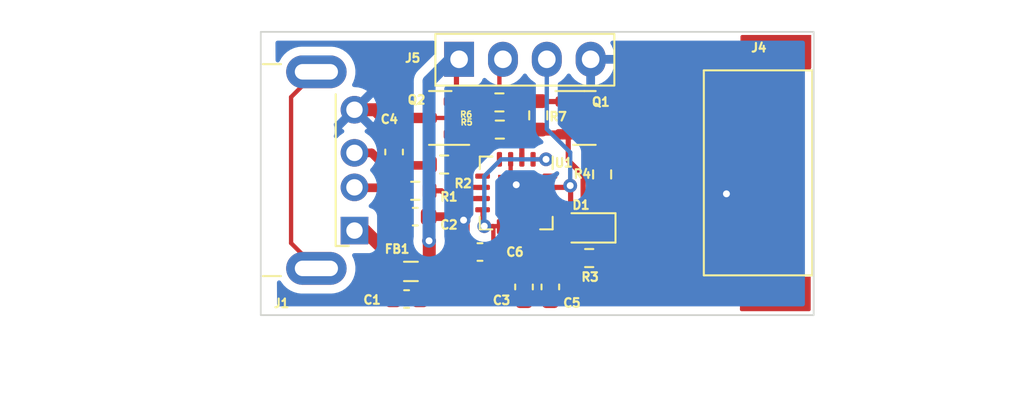
<source format=kicad_pcb>
(kicad_pcb (version 20211014) (generator pcbnew)
  (layers (0 "F.Cu" signal) (31 "B.Cu" signal) (34 "B.Paste" user) (35 "F.Paste" user) (36 "B.SilkS" user "B.Silkscreen") (37 "F.SilkS" user "F.Silkscreen") (38 "B.Mask" user) (39 "F.Mask" user) (44 "Edge.Cuts" user))
  (net 0 "")
  (net 1 "Net-(C1-Pad1)")
  (net 2 "GNDREF")
  (net 3 "Net-(C2-Pad1)")
  (net 4 "+5V")
  (net 5 "Net-(C4-Pad1)")
  (net 6 "Net-(C6-Pad2)")
  (net 7 "CCTALK-DATA")
  (net 8 "TX")
  (net 10 "unconnected-(J1-Pad5)")
  (net 12 "RX")
  (net 13 "Net-(Q1-Pad1)")
  (net 14 "Net-(Q1-Pad3)")
  (net 15 "Net-(Q2-Pad1)")
  (net 16 "Net-(Q2-Pad3)")
  (net 17 "Net-(R1-Pad2)")
  (net 18 "Net-(R2-Pad2)")
  (footprint "CCtalk-converter-footprints-lib:R_0603_1608Metric" (layer "F.Cu") (at 104.925 103.275)
    (fp_text reference "R2" (at 1.1 1.1) (layer "F.SilkS") (effects (font (size 0.5 0.5))))
    (fp_text value "27R")
    (fp_line (start -0.237258 -0.5225) (end 0.237258 -0.5225) (layer "F.SilkS") (width 0.12))
    (fp_line (start -0.237258 0.5225) (end 0.237258 0.5225) (layer "F.SilkS") (width 0.12))
    (pad "1" smd roundrect (at -0.825 0) (size 0.8 0.95) (layers "F.Cu" "F.Paste" "F.Mask") (net 5 "Net-(C4-Pad1)"))
    (pad "2" smd roundrect (at 0.825 0) (size 0.8 0.95) (layers "F.Cu" "F.Paste" "F.Mask") (net 18 "Net-(R2-Pad2)"))
  )
  (footprint "CCtalk-converter-footprints-lib:C_0603_1608Metric" (layer "F.Cu") (at 103.25 106.3)
    (fp_text reference "C2" (at 1.95 0.475) (layer "F.SilkS") (effects (font (size 0.5 0.5))))
    (fp_text value "47pF")
    (fp_line (start -0.14058 -0.51) (end 0.14058 -0.51) (layer "F.SilkS") (width 0.12))
    (fp_line (start -0.14058 0.51) (end 0.14058 0.51) (layer "F.SilkS") (width 0.12))
    (pad "1" smd roundrect (at -0.775 0) (size 0.9 0.95) (layers "F.Cu" "F.Paste" "F.Mask") (net 3 "Net-(C2-Pad1)"))
    (pad "2" smd roundrect (at 0.775 0) (size 0.9 0.95) (layers "F.Cu" "F.Paste" "F.Mask") (net 2 "GNDREF"))
  )
  (footprint "CCtalk-converter-footprints-lib:SOT-23" (layer "F.Cu") (at 113.05 100.575)
    (fp_text reference "Q1" (at 0.95 -0.925) (layer "F.SilkS") (effects (font (size 0.5 0.5))))
    (fp_text value "BC847")
    (fp_line (start 0 -1.56) (end 0.65 -1.56) (layer "F.SilkS") (width 0.12))
    (fp_line (start 0 1.56) (end -0.65 1.56) (layer "F.SilkS") (width 0.12))
    (fp_line (start 0 1.56) (end 0.65 1.56) (layer "F.SilkS") (width 0.12))
    (fp_line (start 0 -1.56) (end -1.675 -1.56) (layer "F.SilkS") (width 0.12))
    (pad "1" smd roundrect (at -0.9375 -0.95) (size 1.475 0.6) (layers "F.Cu" "F.Paste" "F.Mask") (net 13 "Net-(Q1-Pad1)"))
    (pad "2" smd roundrect (at -0.9375 0.95) (size 1.475 0.6) (layers "F.Cu" "F.Paste" "F.Mask") (net 2 "GNDREF"))
    (pad "3" smd roundrect (at 0.9375 0) (size 1.475 0.6) (layers "F.Cu" "F.Paste" "F.Mask") (net 14 "Net-(Q1-Pad3)"))
  )
  (footprint "CCtalk-converter-footprints-lib:FanPinHeader_1x04_P2.54mm_Vertical" (layer "F.Cu") (at 105.79 97.1746)
    (fp_text reference "J5" (at -2.69 -0.0746) (layer "F.SilkS") (effects (font (size 0.5 0.5) (thickness 0.125))))
    (fp_text value "Conn_01x04")
    (fp_rect (start -1.3716 1.524) (end 8.9916 -1.4732) (layer "F.SilkS") (width 0.12) (fill none))
    (pad "1" thru_hole rect (at 0 0 90) (size 2.03 1.73) (drill 1.02) (layers *.Cu *.Mask) (net 4 "+5V"))
    (pad "2" thru_hole oval (at 2.54 0 90) (size 2.03 1.73) (drill 1.02) (layers *.Cu *.Mask) (net 12 "RX"))
    (pad "3" thru_hole oval (at 5.08 0 90) (size 2.03 1.73) (drill 1.02) (layers *.Cu *.Mask) (net 8 "TX"))
    (pad "4" thru_hole oval (at 7.62 0 90) (size 2.03 1.73) (drill 1.02) (layers *.Cu *.Mask) (net 2 "GNDREF"))
  )
  (footprint "CCtalk-converter-footprints-lib:R_0603_1608Metric" (layer "F.Cu") (at 114.075 103.85 -90)
    (fp_text reference "R4" (at -0.025 1.15 180) (layer "F.SilkS") (effects (font (size 0.5 0.5))))
    (fp_text value "56R")
    (fp_line (start -0.237258 -0.5225) (end 0.237258 -0.5225) (layer "F.SilkS") (width 0.12))
    (fp_line (start -0.237258 0.5225) (end 0.237258 0.5225) (layer "F.SilkS") (width 0.12))
    (pad "1" smd roundrect (at -0.825 0 270) (size 0.8 0.95) (layers "F.Cu" "F.Paste" "F.Mask") (net 14 "Net-(Q1-Pad3)"))
    (pad "2" smd roundrect (at 0.825 0 270) (size 0.8 0.95) (layers "F.Cu" "F.Paste" "F.Mask") (net 7 "CCTALK-DATA"))
  )
  (footprint "CCtalk-converter-footprints-lib:4pin-JST-XH-header-SMT" (layer "F.Cu") (at 117.4 100 -90)
    (fp_text reference "J4" (at -3.5 -5.75 unlocked) (layer "F.SilkS") (effects (font (size 0.5 0.5))))
    (fp_text value "Conn_01x04")
    (fp_rect (start 9.884 -8.6556) (end 11.684 -4.7556) (layer "F.Cu") (width 0.2) (fill solid))
    (fp_rect (start -4.1368 -8.6868) (end -2.3368 -4.7868) (layer "F.Cu") (width 0.2) (fill solid))
    (fp_line (start -2.1844 -8.8392) (end -2.1844 -2.5654) (layer "F.SilkS") (width 0.12))
    (fp_line (start 9.7028 -8.8392) (end 9.7028 -2.5654) (layer "F.SilkS") (width 0.12))
    (fp_line (start 9.7028 -2.5654) (end -2.1844 -2.5654) (layer "F.SilkS") (width 0.12))
    (fp_line (start -2.1844 -8.8392) (end 9.7028 -8.8392) (layer "F.SilkS") (width 0.12))
    (pad "1" smd roundrect (at 0 0 270) (size 1.3 4.5) (layers "F.Cu" "F.Paste" "F.Mask"))
    (pad "2" smd roundrect (at 2.5 0 270) (size 1.3 4.5) (layers "F.Cu" "F.Paste" "F.Mask"))
    (pad "3" smd roundrect (at 5 0 270) (size 1.3 4.5) (layers "F.Cu" "F.Paste" "F.Mask") (net 2 "GNDREF"))
    (pad "4" smd roundrect (at 7.5 0 270) (size 1.3 4.5) (layers "F.Cu" "F.Paste" "F.Mask") (net 7 "CCTALK-DATA"))
  )
  (footprint "CCtalk-converter-footprints-lib:SOT-23" (layer "F.Cu") (at 104.7 100.575 180)
    (fp_text reference "Q2" (at 1.375 1.05) (layer "F.SilkS") (effects (font (size 0.5 0.5))))
    (fp_text value "BC856")
    (fp_line (start 0 -1.56) (end 0.65 -1.56) (layer "F.SilkS") (width 0.12))
    (fp_line (start 0 1.56) (end 0.65 1.56) (layer "F.SilkS") (width 0.12))
    (fp_line (start 0 -1.56) (end -1.675 -1.56) (layer "F.SilkS") (width 0.12))
    (fp_line (start 0 1.56) (end -0.65 1.56) (layer "F.SilkS") (width 0.12))
    (pad "1" smd roundrect (at -0.9375 -0.95 180) (size 1.475 0.6) (layers "F.Cu" "F.Paste" "F.Mask") (net 15 "Net-(Q2-Pad1)"))
    (pad "2" smd roundrect (at -0.9375 0.95 180) (size 1.475 0.6) (layers "F.Cu" "F.Paste" "F.Mask") (net 4 "+5V"))
    (pad "3" smd roundrect (at 0.9375 0 180) (size 1.475 0.6) (layers "F.Cu" "F.Paste" "F.Mask") (net 16 "Net-(Q2-Pad3)"))
  )
  (footprint "CCtalk-converter-footprints-lib:C_0603_1608Metric" (layer "F.Cu") (at 107 108.35)
    (fp_text reference "C6" (at 2.025 0) (layer "F.SilkS") (effects (font (size 0.5 0.5))))
    (fp_text value "100nF")
    (fp_line (start -0.14058 -0.51) (end 0.14058 -0.51) (layer "F.SilkS") (width 0.12))
    (fp_line (start -0.14058 0.51) (end 0.14058 0.51) (layer "F.SilkS") (width 0.12))
    (pad "1" smd roundrect (at -0.775 0) (size 0.9 0.95) (layers "F.Cu" "F.Paste" "F.Mask") (net 2 "GNDREF"))
    (pad "2" smd roundrect (at 0.775 0) (size 0.9 0.95) (layers "F.Cu" "F.Paste" "F.Mask") (net 6 "Net-(C6-Pad2)"))
  )
  (footprint "CCtalk-converter-footprints-lib:C_0603_1608Metric" (layer "F.Cu") (at 102.025 102.55 90)
    (fp_text reference "C4" (at 1.9 -0.275 180) (layer "F.SilkS") (effects (font (size 0.5 0.5))))
    (fp_text value "47pF")
    (fp_line (start -0.14058 -0.51) (end 0.14058 -0.51) (layer "F.SilkS") (width 0.12))
    (fp_line (start -0.14058 0.51) (end 0.14058 0.51) (layer "F.SilkS") (width 0.12))
    (pad "1" smd roundrect (at -0.775 0 90) (size 0.9 0.95) (layers "F.Cu" "F.Paste" "F.Mask") (net 5 "Net-(C4-Pad1)"))
    (pad "2" smd roundrect (at 0.775 0 90) (size 0.9 0.95) (layers "F.Cu" "F.Paste" "F.Mask") (net 2 "GNDREF"))
  )
  (footprint "CCtalk-converter-footprints-lib:C_0603_1608Metric" (layer "F.Cu") (at 111.075 110.375 -90)
    (fp_text reference "C5" (at 0.925 -1.25) (layer "F.SilkS") (effects (font (size 0.5 0.5))))
    (fp_text value "1uF")
    (fp_line (start -0.14058 -0.51) (end 0.14058 -0.51) (layer "F.SilkS") (width 0.12))
    (fp_line (start -0.14058 0.51) (end 0.14058 0.51) (layer "F.SilkS") (width 0.12))
    (pad "1" smd roundrect (at -0.775 0 270) (size 0.9 0.95) (layers "F.Cu" "F.Paste" "F.Mask") (net 4 "+5V"))
    (pad "2" smd roundrect (at 0.775 0 270) (size 0.9 0.95) (layers "F.Cu" "F.Paste" "F.Mask") (net 2 "GNDREF"))
  )
  (footprint "CCtalk-converter-footprints-lib:R_0603_1608Metric" (layer "F.Cu") (at 113.325 108.7)
    (fp_text reference "R3" (at 0.05 1.1) (layer "F.SilkS") (effects (font (size 0.5 0.5))))
    (fp_text value "10K")
    (fp_line (start -0.237258 0.5225) (end 0.237258 0.5225) (layer "F.SilkS") (width 0.12))
    (fp_line (start -0.237258 -0.5225) (end 0.237258 -0.5225) (layer "F.SilkS") (width 0.12))
    (pad "1" smd roundrect (at -0.825 0) (size 0.8 0.95) (layers "F.Cu" "F.Paste" "F.Mask") (net 4 "+5V"))
    (pad "2" smd roundrect (at 0.825 0) (size 0.8 0.95) (layers "F.Cu" "F.Paste" "F.Mask") (net 7 "CCTALK-DATA"))
  )
  (footprint "CCtalk-converter-footprints-lib:USB_A_CNCTech_1001-011-01101_Horizontal" (layer "F.Cu") (at 90.625 103.6 180)
    (fp_text reference "J1" (at -4.8836 -7.725) (layer "F.SilkS") (effects (font (size 0.5 0.5))))
    (fp_text value "USB_A")
    (fp_line (start -4.85 -6.145) (end -3.8 -6.145) (layer "F.SilkS") (width 0.12))
    (fp_line (start -4.85 6.145) (end -3.8 6.145) (layer "F.SilkS") (width 0.12))
    (fp_line (start -8.02 -4.4) (end -8.02 4.4) (layer "F.SilkS") (width 0.12))
    (fp_line (start -8.02 -4.4) (end -8.775 -4.4) (layer "F.SilkS") (width 0.12))
    (pad "" np_thru_hole circle (at -6.9 -2.3 180) (size 1.1 1.1) (drill 1.1) (layers *.Cu *.Mask))
    (pad "" np_thru_hole circle (at -6.9 2.3 180) (size 1.1 1.1) (drill 1.1) (layers *.Cu *.Mask))
    (pad "1" thru_hole rect (at -9.1072 -3.5052 180) (size 1.6 1.6) (drill 0.95) (layers *.Cu *.Mask) (net 1 "Net-(C1-Pad1)"))
    (pad "2" thru_hole circle (at -9.1052 -1 180) (size 1.6 1.6) (drill 0.95) (layers *.Cu *.Mask) (net 3 "Net-(C2-Pad1)"))
    (pad "3" thru_hole circle (at -9.1052 1 180) (size 1.6 1.6) (drill 0.95) (layers *.Cu *.Mask) (net 5 "Net-(C4-Pad1)"))
    (pad "4" thru_hole circle (at -9.1052 3.5 180) (size 1.6 1.6) (drill 0.95) (layers *.Cu *.Mask) (net 2 "GNDREF"))
    (pad "5" thru_hole oval (at -6.9 -5.7 180) (size 3.5 1.9) (drill oval 2.5 0.9) (layers *.Cu *.Mask) (net 10 "unconnected-(J1-Pad5)"))
    (pad "5" thru_hole oval (at -6.9 5.7 180) (size 3.5 1.9) (drill oval 2.5 0.9) (layers *.Cu *.Mask) (net 10 "unconnected-(J1-Pad5)"))
  )
  (footprint "CCtalk-converter-footprints-lib:C_0603_1608Metric" (layer "F.Cu") (at 109.55 110.375 -90)
    (fp_text reference "C3" (at 0.775 1.3) (layer "F.SilkS") (effects (font (size 0.5 0.5))))
    (fp_text value "100nF")
    (fp_line (start -0.14058 -0.51) (end 0.14058 -0.51) (layer "F.SilkS") (width 0.12))
    (fp_line (start -0.14058 0.51) (end 0.14058 0.51) (layer "F.SilkS") (width 0.12))
    (pad "1" smd roundrect (at -0.775 0 270) (size 0.9 0.95) (layers "F.Cu" "F.Paste" "F.Mask") (net 4 "+5V"))
    (pad "2" smd roundrect (at 0.775 0 270) (size 0.9 0.95) (layers "F.Cu" "F.Paste" "F.Mask") (net 2 "GNDREF"))
  )
  (footprint "CCtalk-converter-footprints-lib:QFN-16-1EP_4x4mm_P0.65mm_EP2.1x2.1mm" (layer "F.Cu") (at 109.1 104.925 -90)
    (fp_text reference "U1" (at -1.75 -2.75 180) (layer "F.SilkS") (effects (font (size 0.5 0.5))))
    (fp_text value "FT230XQ")
    (fp_line (start 1.385 -2.11) (end 2.11 -2.11) (layer "F.SilkS") (width 0.12))
    (fp_line (start -1.385 -2.11) (end -2.11 -2.11) (layer "F.SilkS") (width 0.12))
    (fp_line (start 2.11 2.11) (end 2.11 1.385) (layer "F.SilkS") (width 0.12))
    (fp_line (start 2.11 -2.11) (end 2.11 -1.385) (layer "F.SilkS") (width 0.12))
    (fp_line (start -1.385 2.11) (end -2.11 2.11) (layer "F.SilkS") (width 0.12))
    (fp_line (start 1.385 2.11) (end 2.11 2.11) (layer "F.SilkS") (width 0.12))
    (fp_line (start -2.11 2.11) (end -2.11 1.385) (layer "F.SilkS") (width 0.12))
    (pad "1" smd roundrect (at -1.95 -0.975 270) (size 0.85 0.3) (layers "F.Cu" "F.Paste" "F.Mask") (net 6 "Net-(C6-Pad2)"))
    (pad "2" smd roundrect (at -1.95 -0.325 270) (size 0.85 0.3) (layers "F.Cu" "F.Paste" "F.Mask") (net 12 "RX"))
    (pad "3" smd roundrect (at -1.95 0.325 270) (size 0.85 0.3) (layers "F.Cu" "F.Paste" "F.Mask") (net 2 "GNDREF"))
    (pad "4" smd roundrect (at -1.95 0.975 270) (size 0.85 0.3) (layers "F.Cu" "F.Paste" "F.Mask"))
    (pad "5" smd roundrect (at -0.975 1.95 270) (size 0.3 0.85) (layers "F.Cu" "F.Paste" "F.Mask"))
    (pad "6" smd roundrect (at -0.325 1.95 270) (size 0.3 0.85) (layers "F.Cu" "F.Paste" "F.Mask") (net 18 "Net-(R2-Pad2)"))
    (pad "7" smd roundrect (at 0.325 1.95 270) (size 0.3 0.85) (layers "F.Cu" "F.Paste" "F.Mask") (net 17 "Net-(R1-Pad2)"))
    (pad "8" smd roundrect (at 0.975 1.95 270) (size 0.3 0.85) (layers "F.Cu" "F.Paste" "F.Mask") (net 6 "Net-(C6-Pad2)"))
    (pad "9" smd roundrect (at 1.95 0.975 270) (size 0.85 0.3) (layers "F.Cu" "F.Paste" "F.Mask") (net 6 "Net-(C6-Pad2)"))
    (pad "10" smd roundrect (at 1.95 0.325 270) (size 0.85 0.3) (layers "F.Cu" "F.Paste" "F.Mask") (net 4 "+5V"))
    (pad "11" smd roundrect (at 1.95 -0.325 270) (size 0.85 0.3) (layers "F.Cu" "F.Paste" "F.Mask"))
    (pad "12" smd roundrect (at 1.95 -0.975 270) (size 0.85 0.3) (layers "F.Cu" "F.Paste" "F.Mask"))
    (pad "13" smd roundrect (at 0.975 -1.95 270) (size 0.3 0.85) (layers "F.Cu" "F.Paste" "F.Mask") (net 2 "GNDREF"))
    (pad "14" smd roundrect (at 0.325 -1.95 270) (size 0.3 0.85) (layers "F.Cu" "F.Paste" "F.Mask"))
    (pad "15" smd roundrect (at -0.325 -1.95 270) (size 0.3 0.85) (layers "F.Cu" "F.Paste" "F.Mask") (net 8 "TX"))
    (pad "16" smd roundrect (at -0.975 -1.95 270) (size 0.3 0.85) (layers "F.Cu" "F.Paste" "F.Mask"))
    (pad "17" smd rect (at 0 0 270) (size 2.1 2.1) (layers "F.Cu" "F.Mask") (net 2 "GNDREF"))
  )
  (footprint "CCtalk-converter-footprints-lib:L_0805_2012Metric" (layer "F.Cu") (at 103 109.475)
    (fp_text reference "FB1" (at -0.8 -1.3) (layer "F.SilkS") (effects (font (size 0.5 0.5))))
    (fp_text value "FerriteBead")
    (fp_line (start -0.399622 -0.56) (end 0.399622 -0.56) (layer "F.SilkS") (width 0.12))
    (fp_line (start -0.399622 0.56) (end 0.399622 0.56) (layer "F.SilkS") (width 0.12))
    (pad "1" smd roundrect (at -1.0625 0) (size 0.875 1.2) (layers "F.Cu" "F.Paste" "F.Mask") (net 1 "Net-(C1-Pad1)"))
    (pad "2" smd roundrect (at 1.0625 0) (size 0.875 1.2) (layers "F.Cu" "F.Paste" "F.Mask") (net 4 "+5V"))
  )
  (footprint "CCtalk-converter-footprints-lib:R_0603_1608Metric" (layer "F.Cu") (at 108.125 99.675)
    (fp_text reference "R6" (at -1.925 0.7) (layer "F.SilkS") (effects (font (size 0.35 0.35) (thickness 0.0875))))
    (fp_text value "10K")
    (fp_line (start -0.237258 -0.5225) (end 0.237258 -0.5225) (layer "F.SilkS") (width 0.12))
    (fp_line (start -0.237258 0.5225) (end 0.237258 0.5225) (layer "F.SilkS") (width 0.12))
    (pad "1" smd roundrect (at -0.825 0) (size 0.8 0.95) (layers "F.Cu" "F.Paste" "F.Mask") (net 16 "Net-(Q2-Pad3)"))
    (pad "2" smd roundrect (at 0.825 0) (size 0.8 0.95) (layers "F.Cu" "F.Paste" "F.Mask") (net 13 "Net-(Q1-Pad1)"))
  )
  (footprint "CCtalk-converter-footprints-lib:R_0603_1608Metric" (layer "F.Cu") (at 103.25 104.8)
    (fp_text reference "R1" (at 1.95 0.35) (layer "F.SilkS") (effects (font (size 0.5 0.5))))
    (fp_text value "27R")
    (fp_line (start -0.237258 0.5225) (end 0.237258 0.5225) (layer "F.SilkS") (width 0.12))
    (fp_line (start -0.237258 -0.5225) (end 0.237258 -0.5225) (layer "F.SilkS") (width 0.12))
    (pad "1" smd roundrect (at -0.825 0) (size 0.8 0.95) (layers "F.Cu" "F.Paste" "F.Mask") (net 3 "Net-(C2-Pad1)"))
    (pad "2" smd roundrect (at 0.825 0) (size 0.8 0.95) (layers "F.Cu" "F.Paste" "F.Mask") (net 17 "Net-(R1-Pad2)"))
  )
  (footprint "CCtalk-converter-footprints-lib:C_0603_1608Metric" (layer "F.Cu") (at 102.75 111.075)
    (fp_text reference "C1" (at -2 0.05 180) (layer "F.SilkS") (effects (font (size 0.5 0.5))))
    (fp_text value "10nF")
    (fp_line (start -0.14058 -0.51) (end 0.14058 -0.51) (layer "F.SilkS") (width 0.12))
    (fp_line (start -0.14058 0.51) (end 0.14058 0.51) (layer "F.SilkS") (width 0.12))
    (pad "1" smd roundrect (at -0.775 0) (size 0.9 0.95) (layers "F.Cu" "F.Paste" "F.Mask") (net 1 "Net-(C1-Pad1)"))
    (pad "2" smd roundrect (at 0.775 0) (size 0.9 0.95) (layers "F.Cu" "F.Paste" "F.Mask") (net 2 "GNDREF"))
  )
  (footprint "CCtalk-converter-footprints-lib:R_0603_1608Metric" (layer "F.Cu") (at 110.375 100.425 90)
    (fp_text reference "R7" (at -0.075 1.15 180) (layer "F.SilkS") (effects (font (size 0.5 0.5))))
    (fp_text value "100K")
    (fp_line (start -0.237258 0.5225) (end 0.237258 0.5225) (layer "F.SilkS") (width 0.12))
    (fp_line (start -0.237258 -0.5225) (end 0.237258 -0.5225) (layer "F.SilkS") (width 0.12))
    (pad "1" smd roundrect (at -0.825 0 90) (size 0.8 0.95) (layers "F.Cu" "F.Paste" "F.Mask") (net 2 "GNDREF"))
    (pad "2" smd roundrect (at 0.825 0 90) (size 0.8 0.95) (layers "F.Cu" "F.Paste" "F.Mask") (net 13 "Net-(Q1-Pad1)"))
  )
  (footprint "CCtalk-converter-footprints-lib:R_0603_1608Metric" (layer "F.Cu") (at 108.15 101.25 180)
    (fp_text reference "R5" (at 1.925 0.425) (layer "F.SilkS") (effects (font (size 0.35 0.35) (thickness 0.0875))))
    (fp_text value "10K")
    (fp_line (start -0.237258 -0.5225) (end 0.237258 -0.5225) (layer "F.SilkS") (width 0.12))
    (fp_line (start -0.237258 0.5225) (end 0.237258 0.5225) (layer "F.SilkS") (width 0.12))
    (pad "1" smd roundrect (at -0.825 0 180) (size 0.8 0.95) (layers "F.Cu" "F.Paste" "F.Mask") (net 12 "RX"))
    (pad "2" smd roundrect (at 0.825 0 180) (size 0.8 0.95) (layers "F.Cu" "F.Paste" "F.Mask") (net 15 "Net-(Q2-Pad1)"))
  )
  (footprint "CCtalk-converter-footprints-lib:D_SOD-323F" (layer "F.Cu") (at 113.35 106.95 180)
    (fp_text reference "D1" (at 0.5 1.325) (layer "F.SilkS") (effects (font (size 0.5 0.5))))
    (fp_text value "BAT54J")
    (fp_line (start -1.5 0.85) (end 1.05 0.85) (layer "F.SilkS") (width 0.12))
    (fp_line (start -1.5 -0.85) (end -1.5 0.85) (layer "F.SilkS") (width 0.12))
    (fp_line (start -1.5 -0.85) (end 1.05 -0.85) (layer "F.SilkS") (width 0.12))
    (pad "1" smd rect (at -1.1 0 180) (size 0.5 0.5) (layers "F.Cu" "F.Paste" "F.Mask") (net 7 "CCTALK-DATA"))
    (pad "2" smd rect (at 1.1 0 180) (size 0.5 0.5) (layers "F.Cu" "F.Paste" "F.Mask") (net 8 "TX"))
  )
  (gr_rect (start 94.302 95.5842) (end 126.327 112.0092) (layer "Edge.Cuts") (width 0.1) (fill none))
  (segment (start 99.7322 107.1052) (end 100.3302 107.1052) (width 0.75) (layer "F.Cu") (net 1))
  (segment (start 101.9375 111.0375) (end 101.975 111.075) (width 0.75) (layer "F.Cu") (net 1))
  (segment (start 100.3302 107.1052) (end 101.9375 108.7125) (width 0.75) (layer "F.Cu") (net 1))
  (segment (start 101.9375 109.475) (end 101.9375 111.0375) (width 0.75) (layer "F.Cu") (net 1))
  (segment (start 101.9375 108.7125) (end 101.9375 109.475) (width 0.75) (layer "F.Cu") (net 1))
  (segment (start 118.9 111.075) (end 113.5 111.075) (width 0.75) (layer "F.Cu") (net 2))
  (segment (start 109.55 111.15) (end 109.5 111.1) (width 0.75) (layer "F.Cu") (net 2))
  (segment (start 112.1125 101.525) (end 112.0375 101.45) (width 0.3) (layer "F.Cu") (net 2))
  (segment (start 105.85 106.3) (end 106.05 106.5) (width 0.5) (layer "F.Cu") (net 2))
  (segment (start 99.7302 100.1) (end 100.95 100.1) (width 0.75) (layer "F.Cu") (net 2))
  (segment (start 112.1125 101.525) (end 112.1125 103.0375) (width 0.3) (layer "F.Cu") (net 2))
  (segment (start 113.40048 106.30048) (end 113.40048 110.97548) (width 0.3) (layer "F.Cu") (net 2))
  (segment (start 117.4 105) (end 121.25 105) (width 0.75) (layer "F.Cu") (net 2))
  (segment (start 121.25 105) (end 121.275 104.975) (width 0.75) (layer "F.Cu") (net 2))
  (segment (start 106.15 106.6) (end 106.05 106.5) (width 0.5) (layer "F.Cu") (net 2))
  (segment (start 102.025 101.175) (end 102.025 101.775) (width 0.75) (layer "F.Cu") (net 2))
  (segment (start 108.775 102.975) (end 108.775 104.6) (width 0.25) (layer "F.Cu") (net 2))
  (segment (start 109.5 111.1) (end 103.55 111.1) (width 0.75) (layer "F.Cu") (net 2))
  (segment (start 113.5 111.075) (end 109.625 111.075) (width 0.75) (layer "F.Cu") (net 2))
  (segment (start 121.275 108.7) (end 118.9 111.075) (width 0.75) (layer "F.Cu") (net 2))
  (segment (start 110.575 101.45) (end 110.375 101.25) (width 0.3) (layer "F.Cu") (net 2))
  (segment (start 112.1125 103.0375) (end 112.975 103.9) (width 0.3) (layer "F.Cu") (net 2))
  (segment (start 110.075 105.9) (end 109.1 104.925) (width 0.25) (layer "F.Cu") (net 2))
  (segment (start 111.05 105.9) (end 110.075 105.9) (width 0.25) (layer "F.Cu") (net 2))
  (segment (start 121.275 104.975) (end 121.275 108.7) (width 0.75) (layer "F.Cu") (net 2))
  (segment (start 112.0375 101.45) (end 110.575 101.45) (width 0.3) (layer "F.Cu") (net 2))
  (segment (start 109.625 111.075) (end 109.55 111.15) (width 0.75) (layer "F.Cu") (net 2))
  (segment (start 112.975 103.9) (end 112.975 105.875) (width 0.3) (layer "F.Cu") (net 2))
  (segment (start 112.975 105.875) (end 113.40048 106.30048) (width 0.3) (layer "F.Cu") (net 2))
  (segment (start 104.025 106.3) (end 105.85 106.3) (width 0.5) (layer "F.Cu") (net 2))
  (segment (start 108.775 104.6) (end 109.1 104.925) (width 0.25) (layer "F.Cu") (net 2))
  (segment (start 106.15 108.35) (end 106.15 106.6) (width 0.5) (layer "F.Cu") (net 2))
  (segment (start 103.55 111.1) (end 103.525 111.075) (width 0.75) (layer "F.Cu") (net 2))
  (segment (start 100.95 100.1) (end 102.025 101.175) (width 0.75) (layer "F.Cu") (net 2))
  (segment (start 113.40048 110.97548) (end 113.5 111.075) (width 0.3) (layer "F.Cu") (net 2))
  (via (at 106.05 106.5) (size 0.8) (drill 0.4) (layers "F.Cu" "B.Cu") (net 2))
  (via (at 121.275 104.975) (size 0.8) (drill 0.4) (layers "F.Cu" "B.Cu") (net 2))
  (via (at 109.1 104.45) (size 0.8) (drill 0.4) (layers "F.Cu" "B.Cu") (net 2))
  (segment (start 102.475 104.85) (end 102.475 106.3) (width 0.5) (layer "F.Cu") (net 3))
  (segment (start 102.25 104.625) (end 102.425 104.8) (width 0.5) (layer "F.Cu") (net 3))
  (segment (start 102.425 104.8) (end 102.475 104.85) (width 0.5) (layer "F.Cu") (net 3))
  (segment (start 99.7552 104.625) (end 102.25 104.625) (width 0.5) (layer "F.Cu") (net 3))
  (segment (start 99.7302 104.6) (end 99.7552 104.625) (width 0.5) (layer "F.Cu") (net 3))
  (segment (start 104.1875 109.6) (end 109.55 109.6) (width 0.75) (layer "F.Cu") (net 4))
  (segment (start 109.625 109.65) (end 111.025 109.65) (width 0.75) (layer "F.Cu") (net 4))
  (segment (start 108.775 109.625) (end 108.775 106.875) (width 0.3) (layer "F.Cu") (net 4))
  (segment (start 104.0625 109.475) (end 104.1875 109.6) (width 0.75) (layer "F.Cu") (net 4))
  (segment (start 109.55 109.6) (end 109.6 109.65) (width 0.75) (layer "F.Cu") (net 4))
  (segment (start 109.6 109.65) (end 111.025 109.65) (width 0.75) (layer "F.Cu") (net 4))
  (segment (start 109.625 109.65) (end 108.8 109.65) (width 0.3) (layer "F.Cu") (net 4))
  (segment (start 109.625 109.65) (end 112.225 109.65) (width 0.75) (layer "F.Cu") (net 4))
  (segment (start 104.0625 109.475) (end 104.0625 107.7125) (width 0.75) (layer "F.Cu") (net 4))
  (segment (start 112.225 109.65) (end 112.525 109.35) (width 0.75) (layer "F.Cu") (net 4))
  (segment (start 111.025 109.65) (end 111.075 109.6) (width 0.75) (layer "F.Cu") (net 4))
  (segment (start 112.525 109.35) (end 112.525 108.65) (width 0.75) (layer "F.Cu") (net 4))
  (segment (start 108.8 109.65) (end 108.775 109.625) (width 0.3) (layer "F.Cu") (net 4))
  (segment (start 105.6375 99.625) (end 105.6375 97.3271) (width 0.3) (layer "F.Cu") (net 4))
  (segment (start 105.6375 97.3271) (end 105.79 97.1746) (width 0.3) (layer "F.Cu") (net 4))
  (segment (start 104.0625 107.7125) (end 104.05 107.7) (width 0.75) (layer "F.Cu") (net 4))
  (via (at 104.05 107.7) (size 0.8) (drill 0.4) (layers "F.Cu" "B.Cu") (net 4))
  (segment (start 104.05 107.7) (end 104.05 98.45) (width 0.75) (layer "B.Cu") (net 4))
  (segment (start 104.05 98.45) (end 105.3254 97.1746) (width 0.75) (layer "B.Cu") (net 4))
  (segment (start 105.3254 97.1746) (end 105.79 97.1746) (width 0.75) (layer "B.Cu") (net 4))
  (segment (start 100.725 102.6) (end 99.7302 102.6) (width 0.5) (layer "F.Cu") (net 5))
  (segment (start 102.025 103.325) (end 101.45 103.325) (width 0.5) (layer "F.Cu") (net 5))
  (segment (start 102.025 103.325) (end 104.05 103.325) (width 0.5) (layer "F.Cu") (net 5))
  (segment (start 101.45 103.325) (end 100.725 102.6) (width 0.5) (layer "F.Cu") (net 5))
  (segment (start 104.05 103.325) (end 104.1 103.275) (width 0.5) (layer "F.Cu") (net 5))
  (segment (start 107.15 105.9) (end 107.15 106.75) (width 0.25) (layer "F.Cu") (net 6))
  (segment (start 110.075 102.975) (end 110.825 102.975) (width 0.25) (layer "F.Cu") (net 6))
  (segment (start 107.775 108.35) (end 107.775 106.875) (width 0.25) (layer "F.Cu") (net 6))
  (segment (start 107.25 106.85) (end 107.75 106.85) (width 0.25) (layer "F.Cu") (net 6))
  (segment (start 107.15 106.75) (end 107.25 106.85) (width 0.25) (layer "F.Cu") (net 6))
  (segment (start 107.775 106.875) (end 107.75 106.85) (width 0.25) (layer "F.Cu") (net 6))
  (segment (start 108.1 106.85) (end 108.125 106.875) (width 0.25) (layer "F.Cu") (net 6))
  (segment (start 107.75 106.85) (end 108.1 106.85) (width 0.25) (layer "F.Cu") (net 6))
  (via (at 107.25 106.85) (size 0.8) (drill 0.4) (layers "F.Cu" "B.Cu") (net 6))
  (via (at 110.825 102.975) (size 0.8) (drill 0.4) (layers "F.Cu" "B.Cu") (net 6))
  (segment (start 108.225 102.975) (end 110.825 102.975) (width 0.25) (layer "B.Cu") (net 6))
  (segment (start 107.25 103.95) (end 108.225 102.975) (width 0.25) (layer "B.Cu") (net 6))
  (segment (start 107.25 106.85) (end 107.25 103.95) (width 0.25) (layer "B.Cu") (net 6))
  (segment (start 117.4 107.5) (end 114.175 107.5) (width 0.3) (layer "F.Cu") (net 7))
  (segment (start 114.15 108.7) (end 114.15 107.475) (width 0.3) (layer "F.Cu") (net 7))
  (segment (start 114.15 107.475) (end 114.15 104.75) (width 0.3) (layer "F.Cu") (net 7))
  (segment (start 114.15 104.75) (end 114.075 104.675) (width 0.3) (layer "F.Cu") (net 7))
  (segment (start 114.175 107.5) (end 114.15 107.475) (width 0.3) (layer "F.Cu") (net 7))
  (segment (start 112.2255 104.5) (end 112.1255 104.6) (width 0.3) (layer "F.Cu") (net 8))
  (segment (start 112.2255 104.5) (end 112.25 104.5245) (width 0.3) (layer "F.Cu") (net 8))
  (segment (start 112.25 104.5245) (end 112.25 106.95) (width 0.3) (layer "F.Cu") (net 8))
  (segment (start 112.1255 104.6) (end 111.05 104.6) (width 0.3) (layer "F.Cu") (net 8))
  (via (at 112.2255 104.5) (size 0.8) (drill 0.4) (layers "F.Cu" "B.Cu") (net 8))
  (segment (start 112.2255 102.5755) (end 110.87 101.22) (width 0.25) (layer "B.Cu") (net 8))
  (segment (start 112.2255 104.5) (end 112.2255 102.5755) (width 0.25) (layer "B.Cu") (net 8))
  (segment (start 110.87 101.22) (end 110.87 97.1746) (width 0.25) (layer "B.Cu") (net 8))
  (segment (start 97.525 97.9) (end 96.0586 99.3664) (width 0.25) (layer "F.Cu") (net 10))
  (segment (start 96.0586 99.3664) (end 96.0586 107.8336) (width 0.25) (layer "F.Cu") (net 10))
  (segment (start 96.0586 107.8336) (end 97.525 109.3) (width 0.25) (layer "F.Cu") (net 10))
  (segment (start 108.125 100.4) (end 108.975 101.25) (width 0.25) (layer "F.Cu") (net 12))
  (segment (start 108.975 101.425) (end 108.975 101.25) (width 0.3) (layer "F.Cu") (net 12))
  (segment (start 108.125 97.3796) (end 108.125 100.4) (width 0.25) (layer "F.Cu") (net 12))
  (segment (start 109.425 101.875) (end 108.975 101.425) (width 0.3) (layer "F.Cu") (net 12))
  (segment (start 108.33 97.1746) (end 108.125 97.3796) (width 0.25) (layer "F.Cu") (net 12))
  (segment (start 109.425 102.975) (end 109.425 101.875) (width 0.3) (layer "F.Cu") (net 12))
  (segment (start 108.95 99.675) (end 109 99.625) (width 0.3) (layer "F.Cu") (net 13))
  (segment (start 109 99.625) (end 112.1125 99.625) (width 0.3) (layer "F.Cu") (net 13))
  (segment (start 113.9875 100.575) (end 113.9875 102.9375) (width 0.3) (layer "F.Cu") (net 14))
  (segment (start 113.9875 102.9375) (end 114.075 103.025) (width 0.3) (layer "F.Cu") (net 14))
  (segment (start 107.05 101.525) (end 107.325 101.25) (width 0.3) (layer "F.Cu") (net 15))
  (segment (start 105.6375 101.525) (end 107.05 101.525) (width 0.3) (layer "F.Cu") (net 15))
  (segment (start 106.4 100.575) (end 107.3 99.675) (width 0.25) (layer "F.Cu") (net 16))
  (segment (start 103.7625 100.575) (end 106.4 100.575) (width 0.25) (layer "F.Cu") (net 16))
  (segment (start 104.775 104.8) (end 104.075 104.8) (width 0.3) (layer "F.Cu") (net 17))
  (segment (start 107.15 105.25) (end 105.225 105.25) (width 0.3) (layer "F.Cu") (net 17))
  (segment (start 105.225 105.25) (end 104.775 104.8) (width 0.3) (layer "F.Cu") (net 17))
  (segment (start 106.175 104.6) (end 105.75 104.175) (width 0.3) (layer "F.Cu") (net 18))
  (segment (start 105.75 104.175) (end 105.75 103.275) (width 0.3) (layer "F.Cu") (net 18))
  (segment (start 107.15 104.6) (end 106.175 104.6) (width 0.3) (layer "F.Cu") (net 18))
  (zone (net 2) (net_name "GNDREF") (layer "B.Cu") (connect_pads (clearance 0.508)) (min_thickness 0.254) (fill yes (thermal_gap 0.508) (thermal_bridge_width 0.508))
    (polygon (pts (xy 126.225 95.65) (xy 126.2 111.9) (xy 95.25 111.9) (xy 95.15 95.625)))
  )
)
</source>
